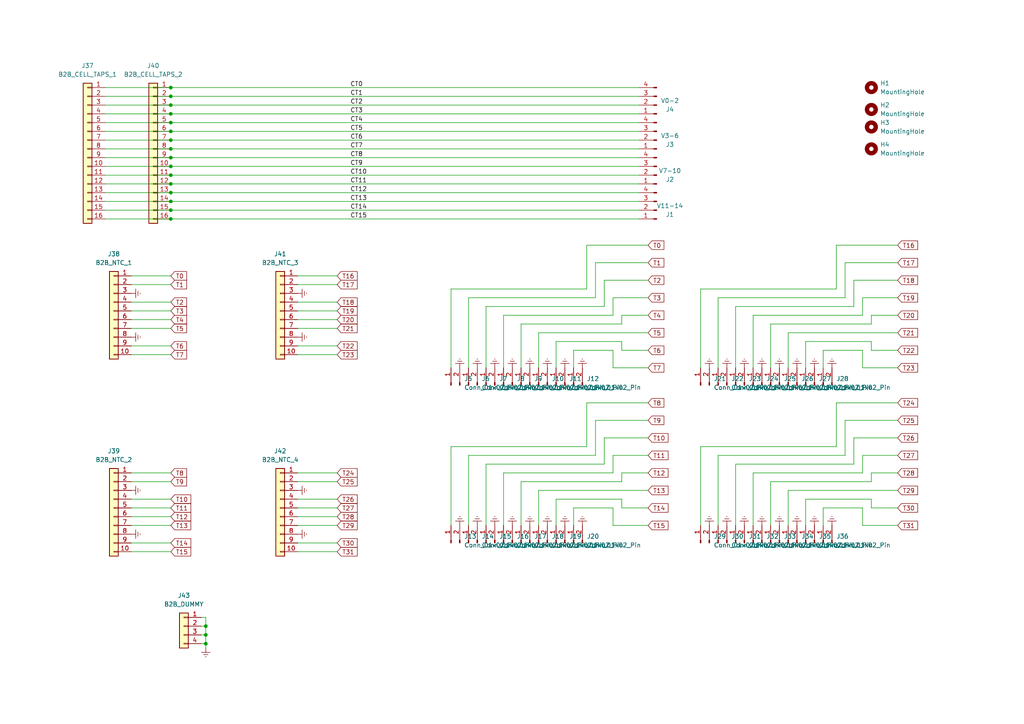
<source format=kicad_sch>
(kicad_sch (version 20231120) (generator "eeschema") (generator_version "8.0")
  (paper "A4")
  (title_block (title "ACC_BMSslave_connector") (date "2025-03-10") (rev "1.0") (company "NTU Racing Team"))
  (lib_symbols
    (symbol "Connector:Conn_01x02_Pin" (pin_names (offset 1.016) hide)
      (property "Reference" "J" (at 0 2.54 0))
      (property "Value" "Conn_01x02_Pin" (at 0 -5.08 0))
      (symbol "Conn_01x02_Pin_1_1"
        (polyline (pts (xy 1.27 -2.54) (xy 0.8636 -2.54)) (stroke (width 0.1524)))
        (polyline (pts (xy 1.27 0) (xy 0.8636 0)) (stroke (width 0.1524)))
        (rectangle (start 0.8636 -2.413) (end 0 -2.667) (stroke (width 0.1524)) (fill (type outline)))
        (rectangle (start 0.8636 0.127) (end 0 -0.127) (stroke (width 0.1524)) (fill (type outline)))
        (pin passive line (at 5.08 0 180) (length 3.81) (name "Pin_1") (number "1"))
        (pin passive line (at 5.08 -2.54 180) (length 3.81) (name "Pin_2") (number "2"))
      )
    )
    (symbol "Connector:Conn_01x04_Pin" (pin_names (offset 1.016) hide)
      (property "Reference" "J" (at 0 5.08 0))
      (property "Value" "Conn_01x04_Pin" (at 0 -7.62 0))
      (symbol "Conn_01x04_Pin_1_1"
        (polyline (pts (xy 1.27 -5.08) (xy 0.8636 -5.08)) (stroke (width 0.1524)))
        (polyline (pts (xy 1.27 -2.54) (xy 0.8636 -2.54)) (stroke (width 0.1524)))
        (polyline (pts (xy 1.27 0) (xy 0.8636 0)) (stroke (width 0.1524)))
        (polyline (pts (xy 1.27 2.54) (xy 0.8636 2.54)) (stroke (width 0.1524)))
        (rectangle (start 0.8636 -4.953) (end 0 -5.207) (stroke (width 0.1524)) (fill (type outline)))
        (rectangle (start 0.8636 -2.413) (end 0 -2.667) (stroke (width 0.1524)) (fill (type outline)))
        (rectangle (start 0.8636 0.127) (end 0 -0.127) (stroke (width 0.1524)) (fill (type outline)))
        (rectangle (start 0.8636 2.667) (end 0 2.413) (stroke (width 0.1524)) (fill (type outline)))
        (pin passive line (at 5.08 2.54 180) (length 3.81) (name "Pin_1") (number "1"))
        (pin passive line (at 5.08 0 180) (length 3.81) (name "Pin_2") (number "2"))
        (pin passive line (at 5.08 -2.54 180) (length 3.81) (name "Pin_3") (number "3"))
        (pin passive line (at 5.08 -5.08 180) (length 3.81) (name "Pin_4") (number "4"))
      )
    )
    (symbol "Connector_Generic:Conn_01x04" (pin_names (offset 1.016) hide)
      (property "Reference" "J" (at 0 5.08 0))
      (property "Value" "Conn_01x04" (at 0 -7.62 0))
      (symbol "Conn_01x04_1_1"
        (rectangle (start -1.27 -4.953) (end 0 -5.207) (stroke (width 0.1524)))
        (rectangle (start -1.27 -2.413) (end 0 -2.667) (stroke (width 0.1524)))
        (rectangle (start -1.27 0.127) (end 0 -0.127) (stroke (width 0.1524)))
        (rectangle (start -1.27 2.667) (end 0 2.413) (stroke (width 0.1524)))
        (rectangle (start -1.27 3.81) (end 1.27 -6.35) (stroke (width 0.254)) (fill (type background)))
        (pin passive line (at -5.08 2.54 0) (length 3.81) (name "Pin_1") (number "1"))
        (pin passive line (at -5.08 0 0) (length 3.81) (name "Pin_2") (number "2"))
        (pin passive line (at -5.08 -2.54 0) (length 3.81) (name "Pin_3") (number "3"))
        (pin passive line (at -5.08 -5.08 0) (length 3.81) (name "Pin_4") (number "4"))
      )
    )
    (symbol "Connector_Generic:Conn_01x10" (pin_names (offset 1.016) hide)
      (property "Reference" "J" (at 0 12.7 0))
      (property "Value" "Conn_01x10" (at 0 -15.24 0))
      (symbol "Conn_01x10_1_1"
        (rectangle (start -1.27 -12.573) (end 0 -12.827) (stroke (width 0.1524)))
        (rectangle (start -1.27 -10.033) (end 0 -10.287) (stroke (width 0.1524)))
        (rectangle (start -1.27 -7.493) (end 0 -7.747) (stroke (width 0.1524)))
        (rectangle (start -1.27 -4.953) (end 0 -5.207) (stroke (width 0.1524)))
        (rectangle (start -1.27 -2.413) (end 0 -2.667) (stroke (width 0.1524)))
        (rectangle (start -1.27 0.127) (end 0 -0.127) (stroke (width 0.1524)))
        (rectangle (start -1.27 2.667) (end 0 2.413) (stroke (width 0.1524)))
        (rectangle (start -1.27 5.207) (end 0 4.953) (stroke (width 0.1524)))
        (rectangle (start -1.27 7.747) (end 0 7.493) (stroke (width 0.1524)))
        (rectangle (start -1.27 10.287) (end 0 10.033) (stroke (width 0.1524)))
        (rectangle (start -1.27 11.43) (end 1.27 -13.97) (stroke (width 0.254)) (fill (type background)))
        (pin passive line (at -5.08 10.16 0) (length 3.81) (name "Pin_1") (number "1"))
        (pin passive line (at -5.08 -12.7 0) (length 3.81) (name "Pin_10") (number "10"))
        (pin passive line (at -5.08 7.62 0) (length 3.81) (name "Pin_2") (number "2"))
        (pin passive line (at -5.08 5.08 0) (length 3.81) (name "Pin_3") (number "3"))
        (pin passive line (at -5.08 2.54 0) (length 3.81) (name "Pin_4") (number "4"))
        (pin passive line (at -5.08 0 0) (length 3.81) (name "Pin_5") (number "5"))
        (pin passive line (at -5.08 -2.54 0) (length 3.81) (name "Pin_6") (number "6"))
        (pin passive line (at -5.08 -5.08 0) (length 3.81) (name "Pin_7") (number "7"))
        (pin passive line (at -5.08 -7.62 0) (length 3.81) (name "Pin_8") (number "8"))
        (pin passive line (at -5.08 -10.16 0) (length 3.81) (name "Pin_9") (number "9"))
      )
    )
    (symbol "Connector_Generic:Conn_01x16" (pin_names (offset 1.016) hide)
      (property "Reference" "J" (at 0 20.32 0))
      (property "Value" "Conn_01x16" (at 0 -22.86 0))
      (symbol "Conn_01x16_1_1"
        (rectangle (start -1.27 -20.193) (end 0 -20.447) (stroke (width 0.1524)))
        (rectangle (start -1.27 -17.653) (end 0 -17.907) (stroke (width 0.1524)))
        (rectangle (start -1.27 -15.113) (end 0 -15.367) (stroke (width 0.1524)))
        (rectangle (start -1.27 -12.573) (end 0 -12.827) (stroke (width 0.1524)))
        (rectangle (start -1.27 -10.033) (end 0 -10.287) (stroke (width 0.1524)))
        (rectangle (start -1.27 -7.493) (end 0 -7.747) (stroke (width 0.1524)))
        (rectangle (start -1.27 -4.953) (end 0 -5.207) (stroke (width 0.1524)))
        (rectangle (start -1.27 -2.413) (end 0 -2.667) (stroke (width 0.1524)))
        (rectangle (start -1.27 0.127) (end 0 -0.127) (stroke (width 0.1524)))
        (rectangle (start -1.27 2.667) (end 0 2.413) (stroke (width 0.1524)))
        (rectangle (start -1.27 5.207) (end 0 4.953) (stroke (width 0.1524)))
        (rectangle (start -1.27 7.747) (end 0 7.493) (stroke (width 0.1524)))
        (rectangle (start -1.27 10.287) (end 0 10.033) (stroke (width 0.1524)))
        (rectangle (start -1.27 12.827) (end 0 12.573) (stroke (width 0.1524)))
        (rectangle (start -1.27 15.367) (end 0 15.113) (stroke (width 0.1524)))
        (rectangle (start -1.27 17.907) (end 0 17.653) (stroke (width 0.1524)))
        (rectangle (start -1.27 19.05) (end 1.27 -21.59) (stroke (width 0.254)) (fill (type background)))
        (pin passive line (at -5.08 17.78 0) (length 3.81) (name "Pin_1") (number "1"))
        (pin passive line (at -5.08 -5.08 0) (length 3.81) (name "Pin_10") (number "10"))
        (pin passive line (at -5.08 -7.62 0) (length 3.81) (name "Pin_11") (number "11"))
        (pin passive line (at -5.08 -10.16 0) (length 3.81) (name "Pin_12") (number "12"))
        (pin passive line (at -5.08 -12.7 0) (length 3.81) (name "Pin_13") (number "13"))
        (pin passive line (at -5.08 -15.24 0) (length 3.81) (name "Pin_14") (number "14"))
        (pin passive line (at -5.08 -17.78 0) (length 3.81) (name "Pin_15") (number "15"))
        (pin passive line (at -5.08 -20.32 0) (length 3.81) (name "Pin_16") (number "16"))
        (pin passive line (at -5.08 15.24 0) (length 3.81) (name "Pin_2") (number "2"))
        (pin passive line (at -5.08 12.7 0) (length 3.81) (name "Pin_3") (number "3"))
        (pin passive line (at -5.08 10.16 0) (length 3.81) (name "Pin_4") (number "4"))
        (pin passive line (at -5.08 7.62 0) (length 3.81) (name "Pin_5") (number "5"))
        (pin passive line (at -5.08 5.08 0) (length 3.81) (name "Pin_6") (number "6"))
        (pin passive line (at -5.08 2.54 0) (length 3.81) (name "Pin_7") (number "7"))
        (pin passive line (at -5.08 0 0) (length 3.81) (name "Pin_8") (number "8"))
        (pin passive line (at -5.08 -2.54 0) (length 3.81) (name "Pin_9") (number "9"))
      )
    )
    (symbol "Mechanical:MountingHole" (pin_names (offset 1.016))
      (property "Reference" "H" (at 0 5.08 0))
      (property "Value" "MountingHole" (at 0 3.175 0))
      (symbol "MountingHole_0_1"
        (circle (center 0 0) (radius 1.27) (stroke (width 1.27)))
      )
    )
    (symbol "power:Earth" (power) (pin_names (offset 0))
      (symbol "Earth_0_1"
        (polyline (pts (xy -0.635 -1.905) (xy 0.635 -1.905)))
        (polyline (pts (xy -0.127 -2.54) (xy 0.127 -2.54)))
        (polyline (pts (xy 0 -1.27) (xy 0 0)))
        (polyline (pts (xy 1.27 -1.27) (xy -1.27 -1.27)))
      )
      (symbol "Earth_1_1"
        (pin power_in line (at 0 0 270) (length 0) hide (name "Earth") (number "1"))
      )
    )
  )
  (junction (at 49.53 25.4))
  (junction (at 49.53 48.26))
  (junction (at 59.69 186.69))
  (junction (at 49.53 45.72))
  (junction (at 49.53 43.18))
  (junction (at 49.53 30.48))
  (junction (at 49.53 63.5))
  (junction (at 49.53 27.94))
  (junction (at 49.53 60.96))
  (junction (at 49.53 33.02))
  (junction (at 59.69 181.61))
  (junction (at 49.53 38.1))
  (junction (at 49.53 58.42))
  (junction (at 49.53 50.8))
  (junction (at 49.53 55.88))
  (junction (at 49.53 53.34))
  (junction (at 59.69 184.15))
  (junction (at 49.53 40.64))
  (junction (at 49.53 35.56))
  (wire (pts (xy 130.81 129.54) (xy 130.81 152.4)))
  (wire (pts (xy 140.97 134.62) (xy 140.97 152.4)))
  (wire (pts (xy 166.37 147.32) (xy 177.8 147.32)))
  (wire (pts (xy 175.26 134.62) (xy 140.97 134.62)))
  (wire (pts (xy 151.13 93.98) (xy 180.34 93.98)))
  (wire (pts (xy 177.8 91.44) (xy 177.8 86.36)))
  (wire (pts (xy 49.53 27.94) (xy 185.42 27.94)))
  (wire (pts (xy 247.65 134.62) (xy 213.36 134.62)))
  (wire (pts (xy 156.21 142.24) (xy 156.21 152.4)))
  (wire (pts (xy 238.76 101.6) (xy 238.76 106.68)))
  (wire (pts (xy 223.52 93.98) (xy 252.73 93.98)))
  (wire (pts (xy 252.73 101.6) (xy 260.35 101.6)))
  (wire (pts (xy 97.79 149.86) (xy 86.36 149.86)))
  (wire (pts (xy 166.37 101.6) (xy 177.8 101.6)))
  (wire (pts (xy 30.48 48.26) (xy 49.53 48.26)))
  (wire (pts (xy 175.26 88.9) (xy 140.97 88.9)))
  (wire (pts (xy 30.48 35.56) (xy 49.53 35.56)))
  (wire (pts (xy 49.53 63.5) (xy 185.42 63.5)))
  (wire (pts (xy 242.57 116.84) (xy 260.35 116.84)))
  (wire (pts (xy 151.13 139.7) (xy 151.13 152.4)))
  (wire (pts (xy 156.21 96.52) (xy 156.21 106.68)))
  (wire (pts (xy 172.72 132.08) (xy 172.72 121.92)))
  (wire (pts (xy 177.8 152.4) (xy 177.8 147.32)))
  (wire (pts (xy 30.48 55.88) (xy 49.53 55.88)))
  (wire (pts (xy 59.69 184.15) (xy 59.69 186.69)))
  (wire (pts (xy 49.53 25.4) (xy 185.42 25.4)))
  (wire (pts (xy 233.68 99.06) (xy 233.68 106.68)))
  (wire (pts (xy 130.81 83.82) (xy 170.18 83.82)))
  (wire (pts (xy 97.79 157.48) (xy 86.36 157.48)))
  (wire (pts (xy 135.89 132.08) (xy 135.89 152.4)))
  (wire (pts (xy 97.79 137.16) (xy 86.36 137.16)))
  (wire (pts (xy 135.89 132.08) (xy 172.72 132.08)))
  (wire (pts (xy 233.68 99.06) (xy 252.73 99.06)))
  (wire (pts (xy 250.19 106.68) (xy 260.35 106.68)))
  (wire (pts (xy 245.11 132.08) (xy 245.11 121.92)))
  (wire (pts (xy 49.53 139.7) (xy 38.1 139.7)))
  (wire (pts (xy 177.8 137.16) (xy 177.8 132.08)))
  (wire (pts (xy 250.19 86.36) (xy 260.35 86.36)))
  (wire (pts (xy 49.53 92.71) (xy 38.1 92.71)))
  (wire (pts (xy 30.48 38.1) (xy 49.53 38.1)))
  (wire (pts (xy 49.53 53.34) (xy 185.42 53.34)))
  (wire (pts (xy 250.19 152.4) (xy 260.35 152.4)))
  (wire (pts (xy 49.53 48.26) (xy 185.42 48.26)))
  (wire (pts (xy 175.26 127) (xy 175.26 134.62)))
  (wire (pts (xy 97.79 80.01) (xy 86.36 80.01)))
  (wire (pts (xy 203.2 129.54) (xy 203.2 152.4)))
  (wire (pts (xy 170.18 83.82) (xy 170.18 71.12)))
  (wire (pts (xy 49.53 87.63) (xy 38.1 87.63)))
  (wire (pts (xy 228.6 96.52) (xy 260.35 96.52)))
  (wire (pts (xy 177.8 132.08) (xy 187.96 132.08)))
  (wire (pts (xy 49.53 157.48) (xy 38.1 157.48)))
  (wire (pts (xy 97.79 87.63) (xy 86.36 87.63)))
  (wire (pts (xy 146.05 91.44) (xy 146.05 106.68)))
  (wire (pts (xy 49.53 95.25) (xy 38.1 95.25)))
  (wire (pts (xy 180.34 144.78) (xy 180.34 147.32)))
  (wire (pts (xy 238.76 147.32) (xy 238.76 152.4)))
  (wire (pts (xy 49.53 43.18) (xy 185.42 43.18)))
  (wire (pts (xy 218.44 91.44) (xy 218.44 106.68)))
  (wire (pts (xy 97.79 144.78) (xy 86.36 144.78)))
  (wire (pts (xy 130.81 129.54) (xy 170.18 129.54)))
  (wire (pts (xy 177.8 152.4) (xy 187.96 152.4)))
  (wire (pts (xy 151.13 93.98) (xy 151.13 106.68)))
  (wire (pts (xy 223.52 93.98) (xy 223.52 106.68)))
  (wire (pts (xy 180.34 93.98) (xy 180.34 91.44)))
  (wire (pts (xy 49.53 50.8) (xy 185.42 50.8)))
  (wire (pts (xy 166.37 147.32) (xy 166.37 152.4)))
  (wire (pts (xy 97.79 95.25) (xy 86.36 95.25)))
  (wire (pts (xy 245.11 76.2) (xy 260.35 76.2)))
  (wire (pts (xy 250.19 106.68) (xy 250.19 101.6)))
  (wire (pts (xy 203.2 83.82) (xy 242.57 83.82)))
  (wire (pts (xy 177.8 86.36) (xy 187.96 86.36)))
  (wire (pts (xy 58.42 186.69) (xy 59.69 186.69)))
  (wire (pts (xy 242.57 83.82) (xy 242.57 71.12)))
  (wire (pts (xy 30.48 45.72) (xy 49.53 45.72)))
  (wire (pts (xy 223.52 139.7) (xy 223.52 152.4)))
  (wire (pts (xy 59.69 181.61) (xy 59.69 184.15)))
  (wire (pts (xy 49.53 102.87) (xy 38.1 102.87)))
  (wire (pts (xy 180.34 139.7) (xy 180.34 137.16)))
  (wire (pts (xy 97.79 100.33) (xy 86.36 100.33)))
  (wire (pts (xy 49.53 152.4) (xy 38.1 152.4)))
  (wire (pts (xy 59.69 187.96) (xy 59.69 186.69)))
  (wire (pts (xy 247.65 88.9) (xy 213.36 88.9)))
  (wire (pts (xy 218.44 91.44) (xy 250.19 91.44)))
  (wire (pts (xy 247.65 81.28) (xy 247.65 88.9)))
  (wire (pts (xy 180.34 147.32) (xy 187.96 147.32)))
  (wire (pts (xy 146.05 137.16) (xy 177.8 137.16)))
  (wire (pts (xy 97.79 90.17) (xy 86.36 90.17)))
  (wire (pts (xy 49.53 45.72) (xy 185.42 45.72)))
  (wire (pts (xy 228.6 142.24) (xy 228.6 152.4)))
  (wire (pts (xy 49.53 33.02) (xy 185.42 33.02)))
  (wire (pts (xy 252.73 139.7) (xy 252.73 137.16)))
  (wire (pts (xy 245.11 121.92) (xy 260.35 121.92)))
  (wire (pts (xy 208.28 132.08) (xy 208.28 152.4)))
  (wire (pts (xy 203.2 129.54) (xy 242.57 129.54)))
  (wire (pts (xy 97.79 102.87) (xy 86.36 102.87)))
  (wire (pts (xy 30.48 60.96) (xy 49.53 60.96)))
  (wire (pts (xy 180.34 91.44) (xy 187.96 91.44)))
  (wire (pts (xy 161.29 144.78) (xy 180.34 144.78)))
  (wire (pts (xy 170.18 71.12) (xy 187.96 71.12)))
  (wire (pts (xy 49.53 58.42) (xy 185.42 58.42)))
  (wire (pts (xy 161.29 99.06) (xy 180.34 99.06)))
  (wire (pts (xy 146.05 137.16) (xy 146.05 152.4)))
  (wire (pts (xy 175.26 81.28) (xy 187.96 81.28)))
  (wire (pts (xy 97.79 147.32) (xy 86.36 147.32)))
  (wire (pts (xy 208.28 86.36) (xy 245.11 86.36)))
  (wire (pts (xy 49.53 149.86) (xy 38.1 149.86)))
  (wire (pts (xy 49.53 100.33) (xy 38.1 100.33)))
  (wire (pts (xy 233.68 144.78) (xy 252.73 144.78)))
  (wire (pts (xy 146.05 91.44) (xy 177.8 91.44)))
  (wire (pts (xy 30.48 33.02) (xy 49.53 33.02)))
  (wire (pts (xy 170.18 116.84) (xy 187.96 116.84)))
  (wire (pts (xy 97.79 139.7) (xy 86.36 139.7)))
  (wire (pts (xy 30.48 30.48) (xy 49.53 30.48)))
  (wire (pts (xy 49.53 35.56) (xy 185.42 35.56)))
  (wire (pts (xy 252.73 144.78) (xy 252.73 147.32)))
  (wire (pts (xy 175.26 81.28) (xy 175.26 88.9)))
  (wire (pts (xy 170.18 129.54) (xy 170.18 116.84)))
  (wire (pts (xy 49.53 82.55) (xy 38.1 82.55)))
  (wire (pts (xy 203.2 83.82) (xy 203.2 106.68)))
  (wire (pts (xy 208.28 86.36) (xy 208.28 106.68)))
  (wire (pts (xy 252.73 147.32) (xy 260.35 147.32)))
  (wire (pts (xy 30.48 25.4) (xy 49.53 25.4)))
  (wire (pts (xy 30.48 27.94) (xy 49.53 27.94)))
  (wire (pts (xy 233.68 144.78) (xy 233.68 152.4)))
  (wire (pts (xy 49.53 40.64) (xy 185.42 40.64)))
  (wire (pts (xy 238.76 147.32) (xy 250.19 147.32)))
  (wire (pts (xy 140.97 88.9) (xy 140.97 106.68)))
  (wire (pts (xy 172.72 76.2) (xy 187.96 76.2)))
  (wire (pts (xy 252.73 137.16) (xy 260.35 137.16)))
  (wire (pts (xy 151.13 139.7) (xy 180.34 139.7)))
  (wire (pts (xy 30.48 43.18) (xy 49.53 43.18)))
  (wire (pts (xy 58.42 181.61) (xy 59.69 181.61)))
  (wire (pts (xy 97.79 160.02) (xy 86.36 160.02)))
  (wire (pts (xy 97.79 82.55) (xy 86.36 82.55)))
  (wire (pts (xy 166.37 101.6) (xy 166.37 106.68)))
  (wire (pts (xy 172.72 121.92) (xy 187.96 121.92)))
  (wire (pts (xy 252.73 99.06) (xy 252.73 101.6)))
  (wire (pts (xy 156.21 96.52) (xy 187.96 96.52)))
  (wire (pts (xy 208.28 132.08) (xy 245.11 132.08)))
  (wire (pts (xy 247.65 81.28) (xy 260.35 81.28)))
  (wire (pts (xy 228.6 142.24) (xy 260.35 142.24)))
  (wire (pts (xy 250.19 91.44) (xy 250.19 86.36)))
  (wire (pts (xy 180.34 99.06) (xy 180.34 101.6)))
  (wire (pts (xy 218.44 137.16) (xy 250.19 137.16)))
  (wire (pts (xy 30.48 50.8) (xy 49.53 50.8)))
  (wire (pts (xy 247.65 127) (xy 247.65 134.62)))
  (wire (pts (xy 177.8 106.68) (xy 187.96 106.68)))
  (wire (pts (xy 58.42 184.15) (xy 59.69 184.15)))
  (wire (pts (xy 30.48 40.64) (xy 49.53 40.64)))
  (wire (pts (xy 247.65 127) (xy 260.35 127)))
  (wire (pts (xy 30.48 53.34) (xy 49.53 53.34)))
  (wire (pts (xy 172.72 86.36) (xy 172.72 76.2)))
  (wire (pts (xy 97.79 152.4) (xy 86.36 152.4)))
  (wire (pts (xy 161.29 144.78) (xy 161.29 152.4)))
  (wire (pts (xy 250.19 132.08) (xy 260.35 132.08)))
  (wire (pts (xy 156.21 142.24) (xy 187.96 142.24)))
  (wire (pts (xy 30.48 58.42) (xy 49.53 58.42)))
  (wire (pts (xy 161.29 99.06) (xy 161.29 106.68)))
  (wire (pts (xy 49.53 30.48) (xy 185.42 30.48)))
  (wire (pts (xy 49.53 144.78) (xy 38.1 144.78)))
  (wire (pts (xy 49.53 160.02) (xy 38.1 160.02)))
  (wire (pts (xy 97.79 92.71) (xy 86.36 92.71)))
  (wire (pts (xy 250.19 137.16) (xy 250.19 132.08)))
  (wire (pts (xy 228.6 96.52) (xy 228.6 106.68)))
  (wire (pts (xy 49.53 80.01) (xy 38.1 80.01)))
  (wire (pts (xy 245.11 86.36) (xy 245.11 76.2)))
  (wire (pts (xy 177.8 106.68) (xy 177.8 101.6)))
  (wire (pts (xy 242.57 129.54) (xy 242.57 116.84)))
  (wire (pts (xy 213.36 88.9) (xy 213.36 106.68)))
  (wire (pts (xy 242.57 71.12) (xy 260.35 71.12)))
  (wire (pts (xy 238.76 101.6) (xy 250.19 101.6)))
  (wire (pts (xy 49.53 55.88) (xy 185.42 55.88)))
  (wire (pts (xy 250.19 152.4) (xy 250.19 147.32)))
  (wire (pts (xy 49.53 90.17) (xy 38.1 90.17)))
  (wire (pts (xy 135.89 86.36) (xy 135.89 106.68)))
  (wire (pts (xy 252.73 93.98) (xy 252.73 91.44)))
  (wire (pts (xy 49.53 38.1) (xy 185.42 38.1)))
  (wire (pts (xy 58.42 179.07) (xy 59.69 179.07)))
  (wire (pts (xy 49.53 137.16) (xy 38.1 137.16)))
  (wire (pts (xy 213.36 134.62) (xy 213.36 152.4)))
  (wire (pts (xy 59.69 181.61) (xy 59.69 179.07)))
  (wire (pts (xy 223.52 139.7) (xy 252.73 139.7)))
  (wire (pts (xy 180.34 101.6) (xy 187.96 101.6)))
  (wire (pts (xy 30.48 63.5) (xy 49.53 63.5)))
  (wire (pts (xy 49.53 147.32) (xy 38.1 147.32)))
  (wire (pts (xy 175.26 127) (xy 187.96 127)))
  (wire (pts (xy 130.81 83.82) (xy 130.81 106.68)))
  (wire (pts (xy 49.53 60.96) (xy 185.42 60.96)))
  (wire (pts (xy 135.89 86.36) (xy 172.72 86.36)))
  (wire (pts (xy 252.73 91.44) (xy 260.35 91.44)))
  (wire (pts (xy 218.44 137.16) (xy 218.44 152.4)))
  (wire (pts (xy 180.34 137.16) (xy 187.96 137.16)))
  (label "CT5" (at 101.6 38.1 0))
  (label "CT12" (at 101.6 55.88 0))
  (label "CT0" (at 101.6 25.4 0))
  (label "CT4" (at 101.6 35.56 0))
  (label "CT7" (at 101.6 43.18 0))
  (label "CT9" (at 101.6 48.26 0))
  (label "CT2" (at 101.6 30.48 0))
  (label "CT8" (at 101.6 45.72 0))
  (label "CT15" (at 101.6 63.5 0))
  (label "CT6" (at 101.6 40.64 0))
  (label "CT11" (at 101.6 53.34 0))
  (label "CT1" (at 101.6 27.94 0))
  (label "CT14" (at 101.6 60.96 0))
  (label "CT10" (at 101.6 50.8 0))
  (label "CT13" (at 101.6 58.42 0))
  (label "CT3" (at 101.6 33.02 0))
  (global_label "T23" (shape input) (at 260.35 106.68 0) (property "Intersheetrefs" "${INTERSHEET_REFS}" (effects (hide yes))))
  (global_label "T10" (shape input) (at 49.53 144.78 0) (property "Intersheetrefs" "${INTERSHEET_REFS}" (effects (hide yes))))
  (global_label "T6" (shape input) (at 187.96 101.6 0) (property "Intersheetrefs" "${INTERSHEET_REFS}" (effects (hide yes))))
  (global_label "T5" (shape input) (at 187.96 96.52 0) (property "Intersheetrefs" "${INTERSHEET_REFS}" (effects (hide yes))))
  (global_label "T8" (shape input) (at 49.53 137.16 0) (property "Intersheetrefs" "${INTERSHEET_REFS}" (effects (hide yes))))
  (global_label "T18" (shape input) (at 97.79 87.63 0) (property "Intersheetrefs" "${INTERSHEET_REFS}" (effects (hide yes))))
  (global_label "T4" (shape input) (at 187.96 91.44 0) (property "Intersheetrefs" "${INTERSHEET_REFS}" (effects (hide yes))))
  (global_label "T17" (shape input) (at 97.79 82.55 0) (property "Intersheetrefs" "${INTERSHEET_REFS}" (effects (hide yes))))
  (global_label "T2" (shape input) (at 187.96 81.28 0) (property "Intersheetrefs" "${INTERSHEET_REFS}" (effects (hide yes))))
  (global_label "T26" (shape input) (at 260.35 127 0) (property "Intersheetrefs" "${INTERSHEET_REFS}" (effects (hide yes))))
  (global_label "T15" (shape input) (at 187.96 152.4 0) (property "Intersheetrefs" "${INTERSHEET_REFS}" (effects (hide yes))))
  (global_label "T24" (shape input) (at 97.79 137.16 0) (property "Intersheetrefs" "${INTERSHEET_REFS}" (effects (hide yes))))
  (global_label "T19" (shape input) (at 260.35 86.36 0) (property "Intersheetrefs" "${INTERSHEET_REFS}" (effects (hide yes))))
  (global_label "T31" (shape input) (at 97.79 160.02 0) (property "Intersheetrefs" "${INTERSHEET_REFS}" (effects (hide yes))))
  (global_label "T27" (shape input) (at 260.35 132.08 0) (property "Intersheetrefs" "${INTERSHEET_REFS}" (effects (hide yes))))
  (global_label "T31" (shape input) (at 260.35 152.4 0) (property "Intersheetrefs" "${INTERSHEET_REFS}" (effects (hide yes))))
  (global_label "T30" (shape input) (at 260.35 147.32 0) (property "Intersheetrefs" "${INTERSHEET_REFS}" (effects (hide yes))))
  (global_label "T1" (shape input) (at 49.53 82.55 0) (property "Intersheetrefs" "${INTERSHEET_REFS}" (effects (hide yes))))
  (global_label "T6" (shape input) (at 49.53 100.33 0) (property "Intersheetrefs" "${INTERSHEET_REFS}" (effects (hide yes))))
  (global_label "T7" (shape input) (at 187.96 106.68 0) (property "Intersheetrefs" "${INTERSHEET_REFS}" (effects (hide yes))))
  (global_label "T24" (shape input) (at 260.35 116.84 0) (property "Intersheetrefs" "${INTERSHEET_REFS}" (effects (hide yes))))
  (global_label "T5" (shape input) (at 49.53 95.25 0) (property "Intersheetrefs" "${INTERSHEET_REFS}" (effects (hide yes))))
  (global_label "T1" (shape input) (at 187.96 76.2 0) (property "Intersheetrefs" "${INTERSHEET_REFS}" (effects (hide yes))))
  (global_label "T9" (shape input) (at 187.96 121.92 0) (property "Intersheetrefs" "${INTERSHEET_REFS}" (effects (hide yes))))
  (global_label "T21" (shape input) (at 260.35 96.52 0) (property "Intersheetrefs" "${INTERSHEET_REFS}" (effects (hide yes))))
  (global_label "T21" (shape input) (at 97.79 95.25 0) (property "Intersheetrefs" "${INTERSHEET_REFS}" (effects (hide yes))))
  (global_label "T12" (shape input) (at 49.53 149.86 0) (property "Intersheetrefs" "${INTERSHEET_REFS}" (effects (hide yes))))
  (global_label "T30" (shape input) (at 97.79 157.48 0) (property "Intersheetrefs" "${INTERSHEET_REFS}" (effects (hide yes))))
  (global_label "T26" (shape input) (at 97.79 144.78 0) (property "Intersheetrefs" "${INTERSHEET_REFS}" (effects (hide yes))))
  (global_label "T3" (shape input) (at 187.96 86.36 0) (property "Intersheetrefs" "${INTERSHEET_REFS}" (effects (hide yes))))
  (global_label "T13" (shape input) (at 49.53 152.4 0) (property "Intersheetrefs" "${INTERSHEET_REFS}" (effects (hide yes))))
  (global_label "T16" (shape input) (at 260.35 71.12 0) (property "Intersheetrefs" "${INTERSHEET_REFS}" (effects (hide yes))))
  (global_label "T19" (shape input) (at 97.79 90.17 0) (property "Intersheetrefs" "${INTERSHEET_REFS}" (effects (hide yes))))
  (global_label "T2" (shape input) (at 49.53 87.63 0) (property "Intersheetrefs" "${INTERSHEET_REFS}" (effects (hide yes))))
  (global_label "T29" (shape input) (at 260.35 142.24 0) (property "Intersheetrefs" "${INTERSHEET_REFS}" (effects (hide yes))))
  (global_label "T23" (shape input) (at 97.79 102.87 0) (property "Intersheetrefs" "${INTERSHEET_REFS}" (effects (hide yes))))
  (global_label "T14" (shape input) (at 187.96 147.32 0) (property "Intersheetrefs" "${INTERSHEET_REFS}" (effects (hide yes))))
  (global_label "T12" (shape input) (at 187.96 137.16 0) (property "Intersheetrefs" "${INTERSHEET_REFS}" (effects (hide yes))))
  (global_label "T14" (shape input) (at 49.53 157.48 0) (property "Intersheetrefs" "${INTERSHEET_REFS}" (effects (hide yes))))
  (global_label "T15" (shape input) (at 49.53 160.02 0) (property "Intersheetrefs" "${INTERSHEET_REFS}" (effects (hide yes))))
  (global_label "T20" (shape input) (at 97.79 92.71 0) (property "Intersheetrefs" "${INTERSHEET_REFS}" (effects (hide yes))))
  (global_label "T11" (shape input) (at 187.96 132.08 0) (property "Intersheetrefs" "${INTERSHEET_REFS}" (effects (hide yes))))
  (global_label "T0" (shape input) (at 187.96 71.12 0) (property "Intersheetrefs" "${INTERSHEET_REFS}" (effects (hide yes))))
  (global_label "T18" (shape input) (at 260.35 81.28 0) (property "Intersheetrefs" "${INTERSHEET_REFS}" (effects (hide yes))))
  (global_label "T8" (shape input) (at 187.96 116.84 0) (property "Intersheetrefs" "${INTERSHEET_REFS}" (effects (hide yes))))
  (global_label "T10" (shape input) (at 187.96 127 0) (property "Intersheetrefs" "${INTERSHEET_REFS}" (effects (hide yes))))
  (global_label "T28" (shape input) (at 97.79 149.86 0) (property "Intersheetrefs" "${INTERSHEET_REFS}" (effects (hide yes))))
  (global_label "T27" (shape input) (at 97.79 147.32 0) (property "Intersheetrefs" "${INTERSHEET_REFS}" (effects (hide yes))))
  (global_label "T25" (shape input) (at 97.79 139.7 0) (property "Intersheetrefs" "${INTERSHEET_REFS}" (effects (hide yes))))
  (global_label "T13" (shape input) (at 187.96 142.24 0) (property "Intersheetrefs" "${INTERSHEET_REFS}" (effects (hide yes))))
  (global_label "T9" (shape input) (at 49.53 139.7 0) (property "Intersheetrefs" "${INTERSHEET_REFS}" (effects (hide yes))))
  (global_label "T7" (shape input) (at 49.53 102.87 0) (property "Intersheetrefs" "${INTERSHEET_REFS}" (effects (hide yes))))
  (global_label "T3" (shape input) (at 49.53 90.17 0) (property "Intersheetrefs" "${INTERSHEET_REFS}" (effects (hide yes))))
  (global_label "T28" (shape input) (at 260.35 137.16 0) (property "Intersheetrefs" "${INTERSHEET_REFS}" (effects (hide yes))))
  (global_label "T16" (shape input) (at 97.79 80.01 0) (property "Intersheetrefs" "${INTERSHEET_REFS}" (effects (hide yes))))
  (global_label "T29" (shape input) (at 97.79 152.4 0) (property "Intersheetrefs" "${INTERSHEET_REFS}" (effects (hide yes))))
  (global_label "T22" (shape input) (at 97.79 100.33 0) (property "Intersheetrefs" "${INTERSHEET_REFS}" (effects (hide yes))))
  (global_label "T17" (shape input) (at 260.35 76.2 0) (property "Intersheetrefs" "${INTERSHEET_REFS}" (effects (hide yes))))
  (global_label "T4" (shape input) (at 49.53 92.71 0) (property "Intersheetrefs" "${INTERSHEET_REFS}" (effects (hide yes))))
  (global_label "T22" (shape input) (at 260.35 101.6 0) (property "Intersheetrefs" "${INTERSHEET_REFS}" (effects (hide yes))))
  (global_label "T0" (shape input) (at 49.53 80.01 0) (property "Intersheetrefs" "${INTERSHEET_REFS}" (effects (hide yes))))
  (global_label "T11" (shape input) (at 49.53 147.32 0) (property "Intersheetrefs" "${INTERSHEET_REFS}" (effects (hide yes))))
  (global_label "T25" (shape input) (at 260.35 121.92 0) (property "Intersheetrefs" "${INTERSHEET_REFS}" (effects (hide yes))))
  (global_label "T20" (shape input) (at 260.35 91.44 0) (property "Intersheetrefs" "${INTERSHEET_REFS}" (effects (hide yes))))
  (symbol (lib_id "power:Earth") (at 86.36 97.79 90) (unit 1)
    (property "Reference" "#PWR047" (effects (hide yes)))
    (property "Value" "Earth" (effects (hide yes)))
  )
  (symbol (lib_id "Connector:Conn_01x02_Pin") (at 233.68 111.76 90) (unit 1)
    (property "Reference" "J27" (at 237.49 109.855 90) (effects (justify right)))
    (property "Value" "Conn_01x02_Pin" (at 237.49 112.395 90) (effects (justify right)))
    (property "Footprint" "Samacsys:SHDR2W50P0X150_1X2_450X350X450P" (effects (hide yes)))
  )
  (symbol (lib_id "Connector:Conn_01x02_Pin") (at 140.97 111.76 90) (unit 1)
    (property "Reference" "J7" (at 144.78 109.855 90) (effects (justify right)))
    (property "Value" "Conn_01x02_Pin" (at 144.78 112.395 90) (effects (justify right)))
    (property "Footprint" "Samacsys:SHDR2W50P0X150_1X2_450X350X450P" (effects (hide yes)))
  )
  (symbol (lib_id "Mechanical:MountingHole") (at 252.73 31.75 0) (unit 1)
    (property "Reference" "H2" (at 255.27 30.48 0) (effects (justify left)))
    (property "Value" "MountingHole" (at 255.27 33.02 0) (effects (justify left)))
    (property "Footprint" "MountingHole:MountingHole_4.3mm_M4_DIN965" (effects (hide yes)))
  )
  (symbol (lib_id "Connector:Conn_01x02_Pin") (at 156.21 111.76 90) (unit 1)
    (property "Reference" "J10" (at 160.02 109.855 90) (effects (justify right)))
    (property "Value" "Conn_01x02_Pin" (at 160.02 112.395 90) (effects (justify right)))
    (property "Footprint" "Samacsys:SHDR2W50P0X150_1X2_450X350X450P" (effects (hide yes)))
  )
  (symbol (lib_id "Connector:Conn_01x02_Pin") (at 203.2 157.48 90) (unit 1)
    (property "Reference" "J29" (at 207.01 155.575 90) (effects (justify right)))
    (property "Value" "Conn_01x02_Pin" (at 207.01 158.115 90) (effects (justify right)))
    (property "Footprint" "Samacsys:SHDR2W50P0X150_1X2_450X350X450P" (effects (hide yes)))
  )
  (symbol (lib_id "power:Earth") (at 38.1 97.79 90) (unit 1)
    (property "Reference" "#PWR011" (effects (hide yes)))
    (property "Value" "Earth" (effects (hide yes)))
  )
  (symbol (lib_id "Connector:Conn_01x02_Pin") (at 156.21 157.48 90) (unit 1)
    (property "Reference" "J18" (at 160.02 155.575 90) (effects (justify right)))
    (property "Value" "Conn_01x02_Pin" (at 160.02 158.115 90) (effects (justify right)))
    (property "Footprint" "Samacsys:SHDR2W50P0X150_1X2_450X350X450P" (effects (hide yes)))
  )
  (symbol (lib_id "Connector_Generic:Conn_01x16") (at 25.4 43.18 0) (mirror y) (unit 1)
    (property "Reference" "J37" (at 25.4 19.05 0))
    (property "Value" "B2B_CELL_TAPS_1" (at 25.4 21.59 0))
    (property "Footprint" "Connector_PinSocket_2.54mm:PinSocket_1x16_P2.54mm_Vertical" (effects (hide yes)))
    (property "Description" "Generic connector, single row, 01x16, script generated (kicad-library-utils/schlib/autogen/connector/)" (effects (hide yes)))
  )
  (symbol (lib_id "power:Earth") (at 38.1 85.09 90) (unit 1)
    (property "Reference" "#PWR010" (effects (hide yes)))
    (property "Value" "Earth" (effects (hide yes)))
  )
  (symbol (lib_id "Connector:Conn_01x02_Pin") (at 161.29 157.48 90) (unit 1)
    (property "Reference" "J19" (at 165.1 155.575 90) (effects (justify right)))
    (property "Value" "Conn_01x02_Pin" (at 165.1 158.115 90) (effects (justify right)))
    (property "Footprint" "Samacsys:SHDR2W50P0X150_1X2_450X350X450P" (effects (hide yes)))
  )
  (symbol (lib_id "Connector_Generic:Conn_01x16") (at 44.45 43.18 0) (mirror y) (unit 1)
    (property "Reference" "J40" (at 44.45 19.05 0))
    (property "Value" "B2B_CELL_TAPS_2" (at 44.45 21.59 0))
    (property "Footprint" "Connector_PinSocket_2.54mm:PinSocket_1x16_P2.54mm_Vertical" (effects (hide yes)))
    (property "Description" "Generic connector, single row, 01x16, script generated (kicad-library-utils/schlib/autogen/connector/)" (effects (hide yes)))
  )
  (symbol (lib_id "Connector:Conn_01x02_Pin") (at 223.52 157.48 90) (unit 1)
    (property "Reference" "J33" (at 227.33 155.575 90) (effects (justify right)))
    (property "Value" "Conn_01x02_Pin" (at 227.33 158.115 90) (effects (justify right)))
    (property "Footprint" "Samacsys:SHDR2W50P0X150_1X2_450X350X450P" (effects (hide yes)))
  )
  (symbol (lib_id "Connector:Conn_01x02_Pin") (at 146.05 157.48 90) (unit 1)
    (property "Reference" "J16" (at 149.86 155.575 90) (effects (justify right)))
    (property "Value" "Conn_01x02_Pin" (at 149.86 158.115 90) (effects (justify right)))
    (property "Footprint" "Samacsys:SHDR2W50P0X150_1X2_450X350X450P" (effects (hide yes)))
  )
  (symbol (lib_id "power:Earth") (at 226.06 152.4 180) (unit 1)
    (property "Reference" "#PWR033" (effects (hide yes)))
    (property "Value" "Earth" (effects (hide yes)))
  )
  (symbol (lib_id "power:Earth") (at 86.36 85.09 90) (unit 1)
    (property "Reference" "#PWR046" (effects (hide yes)))
    (property "Value" "Earth" (effects (hide yes)))
  )
  (symbol (lib_id "power:Earth") (at 38.1 154.94 90) (unit 1)
    (property "Reference" "#PWR013" (effects (hide yes)))
    (property "Value" "Earth" (effects (hide yes)))
  )
  (symbol (lib_id "power:Earth") (at 153.67 152.4 180) (unit 1)
    (property "Reference" "#PWR031" (effects (hide yes)))
    (property "Value" "Earth" (effects (hide yes)))
  )
  (symbol (lib_id "Connector:Conn_01x02_Pin") (at 135.89 157.48 90) (unit 1)
    (property "Reference" "J14" (at 139.7 155.575 90) (effects (justify right)))
    (property "Value" "Conn_01x02_Pin" (at 139.7 158.115 90) (effects (justify right)))
    (property "Footprint" "Samacsys:SHDR2W50P0X150_1X2_450X350X450P" (effects (hide yes)))
  )
  (symbol (lib_id "Connector:Conn_01x02_Pin") (at 238.76 111.76 90) (unit 1)
    (property "Reference" "J28" (at 242.57 109.855 90) (effects (justify right)))
    (property "Value" "Conn_01x02_Pin" (at 242.57 112.395 90) (effects (justify right)))
    (property "Footprint" "Samacsys:SHDR2W50P0X150_1X2_450X350X450P" (effects (hide yes)))
  )
  (symbol (lib_id "power:Earth") (at 220.98 106.68 180) (unit 1)
    (property "Reference" "#PWR028" (effects (hide yes)))
    (property "Value" "Earth" (effects (hide yes)))
  )
  (symbol (lib_id "Connector_Generic:Conn_01x04") (at 53.34 181.61 0) (mirror y) (unit 1)
    (property "Reference" "J43" (at 53.34 172.72 0))
    (property "Value" "B2B_DUMMY" (at 53.34 175.26 0))
    (property "Footprint" "Connector_PinSocket_2.54mm:PinSocket_1x04_P2.54mm_Vertical" (effects (hide yes)))
    (property "Description" "Generic connector, single row, 01x04, script generated (kicad-library-utils/schlib/autogen/connector/)" (effects (hide yes)))
  )
  (symbol (lib_id "power:Earth") (at 168.91 152.4 180) (unit 1)
    (property "Reference" "#PWR043" (effects (hide yes)))
    (property "Value" "Earth" (effects (hide yes)))
  )
  (symbol (lib_id "power:Earth") (at 133.35 106.68 180) (unit 1)
    (property "Reference" "#PWR014" (effects (hide yes)))
    (property "Value" "Earth" (effects (hide yes)))
  )
  (symbol (lib_id "power:Earth") (at 163.83 106.68 180) (unit 1)
    (property "Reference" "#PWR038" (effects (hide yes)))
    (property "Value" "Earth" (effects (hide yes)))
  )
  (symbol (lib_id "power:Earth") (at 231.14 106.68 180) (unit 1)
    (property "Reference" "#PWR036" (effects (hide yes)))
    (property "Value" "Earth" (effects (hide yes)))
  )
  (symbol (lib_id "power:Earth") (at 138.43 106.68 180) (unit 1)
    (property "Reference" "#PWR018" (effects (hide yes)))
    (property "Value" "Earth" (effects (hide yes)))
  )
  (symbol (lib_id "power:Earth") (at 205.74 106.68 180) (unit 1)
    (property "Reference" "#PWR016" (effects (hide yes)))
    (property "Value" "Earth" (effects (hide yes)))
  )
  (symbol (lib_id "power:Earth") (at 158.75 152.4 180) (unit 1)
    (property "Reference" "#PWR035" (effects (hide yes)))
    (property "Value" "Earth" (effects (hide yes)))
  )
  (symbol (lib_id "Mechanical:MountingHole") (at 252.73 43.18 0) (unit 1)
    (property "Reference" "H4" (at 255.27 41.91 0) (effects (justify left)))
    (property "Value" "MountingHole" (at 255.27 44.45 0) (effects (justify left)))
    (property "Footprint" "MountingHole:MountingHole_4.3mm_M4_DIN965" (effects (hide yes)))
  )
  (symbol (lib_id "power:Earth") (at 153.67 106.68 180) (unit 1)
    (property "Reference" "#PWR030" (effects (hide yes)))
    (property "Value" "Earth" (effects (hide yes)))
  )
  (symbol (lib_id "Connector:Conn_01x04_Pin") (at 190.5 30.48 180) (unit 1)
    (property "Reference" "J4" (at 194.31 31.75 0))
    (property "Value" "V0-2" (at 194.31 29.21 0))
    (property "Footprint" "Connector_JST:JST_XH_S4B-XH-A_1x04_P2.50mm_Horizontal" (effects (hide yes)))
  )
  (symbol (lib_id "Connector:Conn_01x02_Pin") (at 223.52 111.76 90) (unit 1)
    (property "Reference" "J25" (at 227.33 109.855 90) (effects (justify right)))
    (property "Value" "Conn_01x02_Pin" (at 227.33 112.395 90) (effects (justify right)))
    (property "Footprint" "Samacsys:SHDR2W50P0X150_1X2_450X350X450P" (effects (hide yes)))
  )
  (symbol (lib_id "Connector:Conn_01x02_Pin") (at 208.28 111.76 90) (unit 1)
    (property "Reference" "J22" (at 212.09 109.855 90) (effects (justify right)))
    (property "Value" "Conn_01x02_Pin" (at 212.09 112.395 90) (effects (justify right)))
    (property "Footprint" "Samacsys:SHDR2W50P0X150_1X2_450X350X450P" (effects (hide yes)))
  )
  (symbol (lib_id "power:Earth") (at 220.98 152.4 180) (unit 1)
    (property "Reference" "#PWR029" (effects (hide yes)))
    (property "Value" "Earth" (effects (hide yes)))
  )
  (symbol (lib_id "Connector:Conn_01x02_Pin") (at 228.6 157.48 90) (unit 1)
    (property "Reference" "J34" (at 232.41 155.575 90) (effects (justify right)))
    (property "Value" "Conn_01x02_Pin" (at 232.41 158.115 90) (effects (justify right)))
    (property "Footprint" "Samacsys:SHDR2W50P0X150_1X2_450X350X450P" (effects (hide yes)))
  )
  (symbol (lib_id "power:Earth") (at 86.36 142.24 90) (unit 1)
    (property "Reference" "#PWR048" (effects (hide yes)))
    (property "Value" "Earth" (effects (hide yes)))
  )
  (symbol (lib_id "Connector_Generic:Conn_01x10") (at 81.28 147.32 0) (mirror y) (unit 1)
    (property "Reference" "J42" (at 81.28 130.81 0))
    (property "Value" "B2B_NTC_4" (at 81.28 133.35 0))
    (property "Footprint" "Connector_PinSocket_2.54mm:PinSocket_1x10_P2.54mm_Vertical" (effects (hide yes)))
    (property "Description" "Generic connector, single row, 01x10, script generated (kicad-library-utils/schlib/autogen/connector/)" (effects (hide yes)))
  )
  (symbol (lib_id "power:Earth") (at 59.69 187.96 0) (unit 1)
    (property "Reference" "#PWR050" (effects (hide yes)))
    (property "Value" "Earth" (effects (hide yes)))
  )
  (symbol (lib_id "Connector_Generic:Conn_01x10") (at 33.02 90.17 0) (mirror y) (unit 1)
    (property "Reference" "J38" (at 33.02 73.66 0))
    (property "Value" "B2B_NTC_1" (at 33.02 76.2 0))
    (property "Footprint" "Connector_PinSocket_2.54mm:PinSocket_1x10_P2.54mm_Vertical" (effects (hide yes)))
    (property "Description" "Generic connector, single row, 01x10, script generated (kicad-library-utils/schlib/autogen/connector/)" (effects (hide yes)))
  )
  (symbol (lib_id "Mechanical:MountingHole") (at 252.73 25.4 0) (unit 1)
    (property "Reference" "H1" (at 255.27 24.13 0) (effects (justify left)))
    (property "Value" "MountingHole" (at 255.27 26.67 0) (effects (justify left)))
    (property "Footprint" "MountingHole:MountingHole_4.3mm_M4_DIN965" (effects (hide yes)))
  )
  (symbol (lib_id "power:Earth") (at 231.14 152.4 180) (unit 1)
    (property "Reference" "#PWR037" (effects (hide yes)))
    (property "Value" "Earth" (effects (hide yes)))
  )
  (symbol (lib_id "Connector:Conn_01x02_Pin") (at 218.44 157.48 90) (unit 1)
    (property "Reference" "J32" (at 222.25 155.575 90) (effects (justify right)))
    (property "Value" "Conn_01x02_Pin" (at 222.25 158.115 90) (effects (justify right)))
    (property "Footprint" "Samacsys:SHDR2W50P0X150_1X2_450X350X450P" (effects (hide yes)))
  )
  (symbol (lib_id "power:Earth") (at 133.35 152.4 180) (unit 1)
    (property "Reference" "#PWR015" (effects (hide yes)))
    (property "Value" "Earth" (effects (hide yes)))
  )
  (symbol (lib_id "power:Earth") (at 143.51 106.68 180) (unit 1)
    (property "Reference" "#PWR022" (effects (hide yes)))
    (property "Value" "Earth" (effects (hide yes)))
  )
  (symbol (lib_id "power:Earth") (at 86.36 154.94 90) (unit 1)
    (property "Reference" "#PWR049" (effects (hide yes)))
    (property "Value" "Earth" (effects (hide yes)))
  )
  (symbol (lib_id "Connector:Conn_01x02_Pin") (at 140.97 157.48 90) (unit 1)
    (property "Reference" "J15" (at 144.78 155.575 90) (effects (justify right)))
    (property "Value" "Conn_01x02_Pin" (at 144.78 158.115 90) (effects (justify right)))
    (property "Footprint" "Samacsys:SHDR2W50P0X150_1X2_450X350X450P" (effects (hide yes)))
  )
  (symbol (lib_id "power:Earth") (at 241.3 106.68 180) (unit 1)
    (property "Reference" "#PWR044" (effects (hide yes)))
    (property "Value" "Earth" (effects (hide yes)))
  )
  (symbol (lib_id "Connector:Conn_01x02_Pin") (at 208.28 157.48 90) (unit 1)
    (property "Reference" "J30" (at 212.09 155.575 90) (effects (justify right)))
    (property "Value" "Conn_01x02_Pin" (at 212.09 158.115 90) (effects (justify right)))
    (property "Footprint" "Samacsys:SHDR2W50P0X150_1X2_450X350X450P" (effects (hide yes)))
  )
  (symbol (lib_id "power:Earth") (at 215.9 106.68 180) (unit 1)
    (property "Reference" "#PWR024" (effects (hide yes)))
    (property "Value" "Earth" (effects (hide yes)))
  )
  (symbol (lib_id "Connector:Conn_01x04_Pin") (at 190.5 50.8 180) (unit 1)
    (property "Reference" "J2" (at 194.31 52.07 0))
    (property "Value" "V7-10" (at 194.31 49.53 0))
    (property "Footprint" "Connector_JST:JST_XH_S4B-XH-A_1x04_P2.50mm_Horizontal" (effects (hide yes)))
  )
  (symbol (lib_id "power:Earth") (at 158.75 106.68 180) (unit 1)
    (property "Reference" "#PWR034" (effects (hide yes)))
    (property "Value" "Earth" (effects (hide yes)))
  )
  (symbol (lib_id "Connector:Conn_01x02_Pin") (at 135.89 111.76 90) (unit 1)
    (property "Reference" "J6" (at 139.7 109.855 90) (effects (justify right)))
    (property "Value" "Conn_01x02_Pin" (at 139.7 112.395 90) (effects (justify right)))
    (property "Footprint" "Samacsys:SHDR2W50P0X150_1X2_450X350X450P" (effects (hide yes)))
  )
  (symbol (lib_id "Connector:Conn_01x04_Pin") (at 190.5 40.64 180) (unit 1)
    (property "Reference" "J3" (at 194.31 41.91 0))
    (property "Value" "V3-6" (at 194.31 39.37 0))
    (property "Footprint" "Connector_JST:JST_XH_S4B-XH-A_1x04_P2.50mm_Horizontal" (effects (hide yes)))
  )
  (symbol (lib_id "Connector:Conn_01x02_Pin") (at 213.36 157.48 90) (unit 1)
    (property "Reference" "J31" (at 217.17 155.575 90) (effects (justify right)))
    (property "Value" "Conn_01x02_Pin" (at 217.17 158.115 90) (effects (justify right)))
    (property "Footprint" "Samacsys:SHDR2W50P0X150_1X2_450X350X450P" (effects (hide yes)))
  )
  (symbol (lib_id "power:Earth") (at 163.83 152.4 180) (unit 1)
    (property "Reference" "#PWR039" (effects (hide yes)))
    (property "Value" "Earth" (effects (hide yes)))
  )
  (symbol (lib_id "Connector:Conn_01x02_Pin") (at 228.6 111.76 90) (unit 1)
    (property "Reference" "J26" (at 232.41 109.855 90) (effects (justify right)))
    (property "Value" "Conn_01x02_Pin" (at 232.41 112.395 90) (effects (justify right)))
    (property "Footprint" "Samacsys:SHDR2W50P0X150_1X2_450X350X450P" (effects (hide yes)))
  )
  (symbol (lib_id "power:Earth") (at 168.91 106.68 180) (unit 1)
    (property "Reference" "#PWR042" (effects (hide yes)))
    (property "Value" "Earth" (effects (hide yes)))
  )
  (symbol (lib_id "Connector:Conn_01x02_Pin") (at 151.13 157.48 90) (unit 1)
    (property "Reference" "J17" (at 154.94 155.575 90) (effects (justify right)))
    (property "Value" "Conn_01x02_Pin" (at 154.94 158.115 90) (effects (justify right)))
    (property "Footprint" "Samacsys:SHDR2W50P0X150_1X2_450X350X450P" (effects (hide yes)))
  )
  (symbol (lib_id "power:Earth") (at 241.3 152.4 180) (unit 1)
    (property "Reference" "#PWR045" (effects (hide yes)))
    (property "Value" "Earth" (effects (hide yes)))
  )
  (symbol (lib_id "Connector:Conn_01x04_Pin") (at 190.5 60.96 180) (unit 1)
    (property "Reference" "J1" (at 194.31 62.23 0))
    (property "Value" "V11-14" (at 194.31 59.69 0))
    (property "Footprint" "Connector_JST:JST_XH_S4B-XH-A_1x04_P2.50mm_Horizontal" (effects (hide yes)))
  )
  (symbol (lib_id "Connector:Conn_01x02_Pin") (at 233.68 157.48 90) (unit 1)
    (property "Reference" "J35" (at 237.49 155.575 90) (effects (justify right)))
    (property "Value" "Conn_01x02_Pin" (at 237.49 158.115 90) (effects (justify right)))
    (property "Footprint" "Samacsys:SHDR2W50P0X150_1X2_450X350X450P" (effects (hide yes)))
  )
  (symbol (lib_id "power:Earth") (at 138.43 152.4 180) (unit 1)
    (property "Reference" "#PWR019" (effects (hide yes)))
    (property "Value" "Earth" (effects (hide yes)))
  )
  (symbol (lib_id "power:Earth") (at 210.82 106.68 180) (unit 1)
    (property "Reference" "#PWR020" (effects (hide yes)))
    (property "Value" "Earth" (effects (hide yes)))
  )
  (symbol (lib_id "power:Earth") (at 226.06 106.68 180) (unit 1)
    (property "Reference" "#PWR032" (effects (hide yes)))
    (property "Value" "Earth" (effects (hide yes)))
  )
  (symbol (lib_id "power:Earth") (at 148.59 106.68 180) (unit 1)
    (property "Reference" "#PWR026" (effects (hide yes)))
    (property "Value" "Earth" (effects (hide yes)))
  )
  (symbol (lib_id "power:Earth") (at 210.82 152.4 180) (unit 1)
    (property "Reference" "#PWR021" (effects (hide yes)))
    (property "Value" "Earth" (effects (hide yes)))
  )
  (symbol (lib_id "Connector:Conn_01x02_Pin") (at 166.37 157.48 90) (unit 1)
    (property "Reference" "J20" (at 170.18 155.575 90) (effects (justify right)))
    (property "Value" "Conn_01x02_Pin" (at 170.18 158.115 90) (effects (justify right)))
    (property "Footprint" "Samacsys:SHDR2W50P0X150_1X2_450X350X450P" (effects (hide yes)))
  )
  (symbol (lib_id "Connector:Conn_01x02_Pin") (at 213.36 111.76 90) (unit 1)
    (property "Reference" "J23" (at 217.17 109.855 90) (effects (justify right)))
    (property "Value" "Conn_01x02_Pin" (at 217.17 112.395 90) (effects (justify right)))
    (property "Footprint" "Samacsys:SHDR2W50P0X150_1X2_450X350X450P" (effects (hide yes)))
  )
  (symbol (lib_id "Connector:Conn_01x02_Pin") (at 151.13 111.76 90) (unit 1)
    (property "Reference" "J9" (at 154.94 109.855 90) (effects (justify right)))
    (property "Value" "Conn_01x02_Pin" (at 154.94 112.395 90) (effects (justify right)))
    (property "Footprint" "Samacsys:SHDR2W50P0X150_1X2_450X350X450P" (effects (hide yes)))
  )
  (symbol (lib_id "Connector_Generic:Conn_01x10") (at 33.02 147.32 0) (mirror y) (unit 1)
    (property "Reference" "J39" (at 33.02 130.81 0))
    (property "Value" "B2B_NTC_2" (at 33.02 133.35 0))
    (property "Footprint" "Connector_PinSocket_2.54mm:PinSocket_1x10_P2.54mm_Vertical" (effects (hide yes)))
    (property "Description" "Generic connector, single row, 01x10, script generated (kicad-library-utils/schlib/autogen/connector/)" (effects (hide yes)))
  )
  (symbol (lib_id "Connector:Conn_01x02_Pin") (at 130.81 157.48 90) (unit 1)
    (property "Reference" "J13" (at 134.62 155.575 90) (effects (justify right)))
    (property "Value" "Conn_01x02_Pin" (at 134.62 158.115 90) (effects (justify right)))
    (property "Footprint" "Samacsys:SHDR2W50P0X150_1X2_450X350X450P" (effects (hide yes)))
  )
  (symbol (lib_id "Connector:Conn_01x02_Pin") (at 161.29 111.76 90) (unit 1)
    (property "Reference" "J11" (at 165.1 109.855 90) (effects (justify right)))
    (property "Value" "Conn_01x02_Pin" (at 165.1 112.395 90) (effects (justify right)))
    (property "Footprint" "Samacsys:SHDR2W50P0X150_1X2_450X350X450P" (effects (hide yes)))
  )
  (symbol (lib_id "Connector:Conn_01x02_Pin") (at 203.2 111.76 90) (unit 1)
    (property "Reference" "J21" (at 207.01 109.855 90) (effects (justify right)))
    (property "Value" "Conn_01x02_Pin" (at 207.01 112.395 90) (effects (justify right)))
    (property "Footprint" "Samacsys:SHDR2W50P0X150_1X2_450X350X450P" (effects (hide yes)))
  )
  (symbol (lib_id "Connector:Conn_01x02_Pin") (at 218.44 111.76 90) (unit 1)
    (property "Reference" "J24" (at 222.25 109.855 90) (effects (justify right)))
    (property "Value" "Conn_01x02_Pin" (at 222.25 112.395 90) (effects (justify right)))
    (property "Footprint" "Samacsys:SHDR2W50P0X150_1X2_450X350X450P" (effects (hide yes)))
  )
  (symbol (lib_id "Connector:Conn_01x02_Pin") (at 238.76 157.48 90) (unit 1)
    (property "Reference" "J36" (at 242.57 155.575 90) (effects (justify right)))
    (property "Value" "Conn_01x02_Pin" (at 242.57 158.115 90) (effects (justify right)))
    (property "Footprint" "Samacsys:SHDR2W50P0X150_1X2_450X350X450P" (effects (hide yes)))
  )
  (symbol (lib_id "Mechanical:MountingHole") (at 252.73 36.83 0) (unit 1)
    (property "Reference" "H3" (at 255.27 35.56 0) (effects (justify left)))
    (property "Value" "MountingHole" (at 255.27 38.1 0) (effects (justify left)))
    (property "Footprint" "MountingHole:MountingHole_4.3mm_M4_DIN965" (effects (hide yes)))
  )
  (symbol (lib_id "power:Earth") (at 38.1 142.24 90) (unit 1)
    (property "Reference" "#PWR012" (effects (hide yes)))
    (property "Value" "Earth" (effects (hide yes)))
  )
  (symbol (lib_id "power:Earth") (at 205.74 152.4 180) (unit 1)
    (property "Reference" "#PWR017" (effects (hide yes)))
    (property "Value" "Earth" (effects (hide yes)))
  )
  (symbol (lib_id "power:Earth") (at 143.51 152.4 180) (unit 1)
    (property "Reference" "#PWR023" (effects (hide yes)))
    (property "Value" "Earth" (effects (hide yes)))
  )
  (symbol (lib_id "power:Earth") (at 148.59 152.4 180) (unit 1)
    (property "Reference" "#PWR027" (effects (hide yes)))
    (property "Value" "Earth" (effects (hide yes)))
  )
  (symbol (lib_id "Connector:Conn_01x02_Pin") (at 130.81 111.76 90) (unit 1)
    (property "Reference" "J5" (at 134.62 109.855 90) (effects (justify right)))
    (property "Value" "Conn_01x02_Pin" (at 134.62 112.395 90) (effects (justify right)))
    (property "Footprint" "Samacsys:SHDR2W50P0X150_1X2_450X350X450P" (effects (hide yes)))
  )
  (symbol (lib_id "Connector:Conn_01x02_Pin") (at 146.05 111.76 90) (unit 1)
    (property "Reference" "J8" (at 149.86 109.855 90) (effects (justify right)))
    (property "Value" "Conn_01x02_Pin" (at 149.86 112.395 90) (effects (justify right)))
    (property "Footprint" "Samacsys:SHDR2W50P0X150_1X2_450X350X450P" (effects (hide yes)))
  )
  (symbol (lib_id "Connector_Generic:Conn_01x10") (at 81.28 90.17 0) (mirror y) (unit 1)
    (property "Reference" "J41" (at 81.28 73.66 0))
    (property "Value" "B2B_NTC_3" (at 81.28 76.2 0))
    (property "Footprint" "Connector_PinSocket_2.54mm:PinSocket_1x10_P2.54mm_Vertical" (effects (hide yes)))
    (property "Description" "Generic connector, single row, 01x10, script generated (kicad-library-utils/schlib/autogen/connector/)" (effects (hide yes)))
  )
  (symbol (lib_id "Connector:Conn_01x02_Pin") (at 166.37 111.76 90) (unit 1)
    (property "Reference" "J12" (at 170.18 109.855 90) (effects (justify right)))
    (property "Value" "Conn_01x02_Pin" (at 170.18 112.395 90) (effects (justify right)))
    (property "Footprint" "Samacsys:SHDR2W50P0X150_1X2_450X350X450P" (effects (hide yes)))
  )
  (symbol (lib_id "power:Earth") (at 215.9 152.4 180) (unit 1)
    (property "Reference" "#PWR025" (effects (hide yes)))
    (property "Value" "Earth" (effects (hide yes)))
  )
  (symbol (lib_id "power:Earth") (at 236.22 106.68 180) (unit 1)
    (property "Reference" "#PWR040" (effects (hide yes)))
    (property "Value" "Earth" (effects (hide yes)))
  )
  (symbol (lib_id "power:Earth") (at 236.22 152.4 180) (unit 1)
    (property "Reference" "#PWR041" (effects (hide yes)))
    (property "Value" "Earth" (effects (hide yes)))
  )
)
</source>
